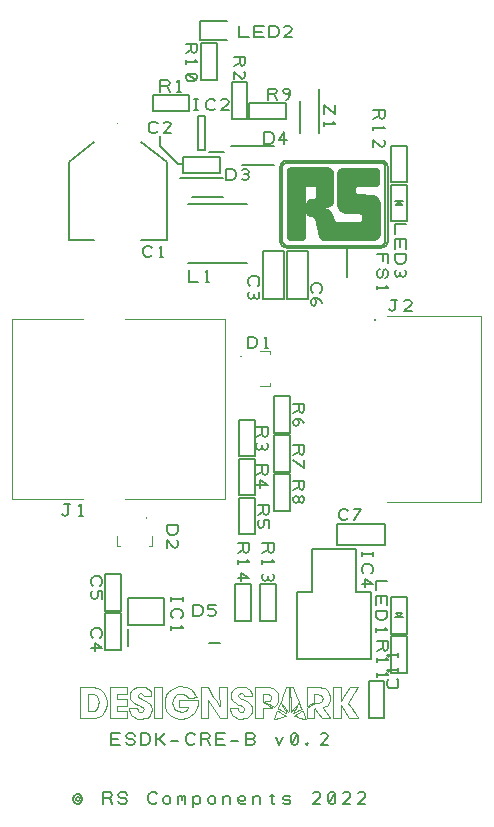
<source format=gbr>
G04 DesignSpark PCB PRO Gerber Version 10.0 Build 5299*
G04 #@! TF.Part,Single*
G04 #@! TF.FileFunction,Legend,Top*
G04 #@! TF.FilePolarity,Positive*
%FSLAX35Y35*%
%MOIN*%
%ADD116C,0.00197*%
%ADD13C,0.00300*%
%ADD14C,0.00394*%
%ADD10C,0.00500*%
%ADD11C,0.00787*%
%ADD12C,0.00800*%
G04 #@! TD.AperFunction*
X0Y0D02*
D02*
D10*
X21260Y103137D02*
X21572Y102825D01*
X22197Y102512D01*
X22822Y102825D01*
X23135Y103137D01*
Y106262D01*
X23760D01*
X23135D02*
X21885D01*
X26885Y102512D02*
X28135D01*
X27510D02*
Y106262D01*
X26885Y105637D01*
X24803Y7699D02*
Y8012D01*
X25116Y8949D01*
X25428Y9262D01*
X26053Y9574D01*
X26678D01*
X27303Y9262D01*
X27616Y8949D01*
X27928Y8012D01*
Y7699D01*
X27616Y7074D01*
X27303Y6762D01*
X26678Y6449D01*
X26053D01*
X25428Y6762D01*
X25116Y7074D01*
X24803Y7699D01*
X26991D02*
X26366Y7387D01*
X25741Y7699D01*
Y8324D01*
X26366Y8637D01*
X26991Y8324D01*
X34803Y6449D02*
Y10199D01*
X36991D01*
X37616Y9887D01*
X37928Y9262D01*
X37616Y8637D01*
X36991Y8324D01*
X34803D01*
X36991D02*
X37928Y6449D01*
X39803Y7387D02*
X40116Y6762D01*
X40741Y6449D01*
X41991D01*
X42616Y6762D01*
X42928Y7387D01*
X42616Y8012D01*
X41991Y8324D01*
X40741D01*
X40116Y8637D01*
X39803Y9262D01*
X40116Y9887D01*
X40741Y10199D01*
X41991D01*
X42616Y9887D01*
X42928Y9262D01*
X52928Y7074D02*
X52616Y6762D01*
X51991Y6449D01*
X51053D01*
X50428Y6762D01*
X50116Y7074D01*
X49803Y7699D01*
Y8949D01*
X50116Y9574D01*
X50428Y9887D01*
X51053Y10199D01*
X51991D01*
X52616Y9887D01*
X52928Y9574D01*
X54803Y7387D02*
X55116Y6762D01*
X55741Y6449D01*
X56366D01*
X56991Y6762D01*
X57303Y7387D01*
Y8012D01*
X56991Y8637D01*
X56366Y8949D01*
X55741D01*
X55116Y8637D01*
X54803Y8012D01*
Y7387D01*
X59803Y6449D02*
Y8949D01*
Y8637D02*
X60116Y8949D01*
X60741D01*
X61053Y8637D01*
Y7699D01*
Y8637D02*
X61366Y8949D01*
X61991D01*
X62303Y8637D01*
Y6449D01*
X64803Y8949D02*
Y5512D01*
Y7387D02*
X65116Y6762D01*
X65741Y6449D01*
X66366D01*
X66991Y6762D01*
X67303Y7387D01*
Y8012D01*
X66991Y8637D01*
X66366Y8949D01*
X65741D01*
X65116Y8637D01*
X64803Y8012D01*
Y7387D01*
X69803D02*
X70116Y6762D01*
X70741Y6449D01*
X71366D01*
X71991Y6762D01*
X72303Y7387D01*
Y8012D01*
X71991Y8637D01*
X71366Y8949D01*
X70741D01*
X70116Y8637D01*
X69803Y8012D01*
Y7387D01*
X74803Y6449D02*
Y8949D01*
Y8012D02*
X75116Y8637D01*
X75741Y8949D01*
X76366D01*
X76991Y8637D01*
X77303Y8012D01*
Y6449D01*
X82303Y6762D02*
X81991Y6449D01*
X81366D01*
X80741D01*
X80116Y6762D01*
X79803Y7387D01*
Y8324D01*
X80116Y8637D01*
X80741Y8949D01*
X81366D01*
X81991Y8637D01*
X82303Y8324D01*
Y8012D01*
X81991Y7699D01*
X81366Y7387D01*
X80741D01*
X80116Y7699D01*
X79803Y8012D01*
X84803Y6449D02*
Y8949D01*
Y8012D02*
X85116Y8637D01*
X85741Y8949D01*
X86366D01*
X86991Y8637D01*
X87303Y8012D01*
Y6449D01*
X90324Y8949D02*
X91782D01*
X91053Y9574D02*
Y6762D01*
X91366Y6449D01*
X91678D01*
X91991Y6762D01*
X94803D02*
X95428Y6449D01*
X96678D01*
X97303Y6762D01*
Y7387D01*
X96678Y7699D01*
X95428D01*
X94803Y8012D01*
Y8637D01*
X95428Y8949D01*
X96678D01*
X97303Y8637D01*
X107303Y6449D02*
X104803D01*
X106991Y8637D01*
X107303Y9262D01*
X106991Y9887D01*
X106366Y10199D01*
X105428D01*
X104803Y9887D01*
X110116Y6762D02*
X110741Y6449D01*
X111366D01*
X111991Y6762D01*
X112303Y7387D01*
Y9262D01*
X111991Y9887D01*
X111366Y10199D01*
X110741D01*
X110116Y9887D01*
X109803Y9262D01*
Y7387D01*
X110116Y6762D01*
X111991Y9887D01*
X117303Y6449D02*
X114803D01*
X116991Y8637D01*
X117303Y9262D01*
X116991Y9887D01*
X116366Y10199D01*
X115428D01*
X114803Y9887D01*
X122303Y6449D02*
X119803D01*
X121991Y8637D01*
X122303Y9262D01*
X121991Y9887D01*
X121366Y10199D01*
X120428D01*
X119803Y9887D01*
X31484Y61835D02*
X31171Y62148D01*
X30859Y62773D01*
Y63711D01*
X31171Y64335D01*
X31484Y64648D01*
X32109Y64961D01*
X33359D01*
X33984Y64648D01*
X34296Y64335D01*
X34609Y63711D01*
Y62773D01*
X34296Y62148D01*
X33984Y61835D01*
X30859Y58398D02*
X34609D01*
X32109Y59961D01*
Y57461D01*
X31484Y79158D02*
X31171Y79471D01*
X30859Y80096D01*
Y81033D01*
X31171Y81658D01*
X31484Y81971D01*
X32109Y82283D01*
X33359D01*
X33984Y81971D01*
X34296Y81658D01*
X34609Y81033D01*
Y80096D01*
X34296Y79471D01*
X33984Y79158D01*
X31171Y77283D02*
X30859Y76658D01*
Y75721D01*
X31171Y75096D01*
X31796Y74783D01*
X32109D01*
X32734Y75096D01*
X33046Y75721D01*
Y77283D01*
X34609D01*
Y74783D01*
X35539Y82922D02*
X40839D01*
Y70622D01*
X35539D01*
Y82922D01*
X37402Y26134D02*
Y29884D01*
X40527D01*
X39902Y28009D02*
X37402D01*
Y26134D02*
X40527D01*
X42402Y27072D02*
X42714Y26447D01*
X43339Y26134D01*
X44589D01*
X45214Y26447D01*
X45527Y27072D01*
X45214Y27697D01*
X44589Y28009D01*
X43339D01*
X42714Y28322D01*
X42402Y28947D01*
X42714Y29572D01*
X43339Y29884D01*
X44589D01*
X45214Y29572D01*
X45527Y28947D01*
X47402Y26134D02*
Y29884D01*
X49277D01*
X49902Y29572D01*
X50214Y29259D01*
X50527Y28634D01*
Y27384D01*
X50214Y26759D01*
X49902Y26447D01*
X49277Y26134D01*
X47402D01*
X52402D02*
Y29884D01*
Y28009D02*
X53339D01*
X55527Y29884D01*
X53339Y28009D02*
X55527Y26134D01*
X57402Y27384D02*
X59902D01*
X65527Y26759D02*
X65214Y26447D01*
X64589Y26134D01*
X63652D01*
X63027Y26447D01*
X62714Y26759D01*
X62402Y27384D01*
Y28634D01*
X62714Y29259D01*
X63027Y29572D01*
X63652Y29884D01*
X64589D01*
X65214Y29572D01*
X65527Y29259D01*
X67402Y26134D02*
Y29884D01*
X69589D01*
X70214Y29572D01*
X70527Y28947D01*
X70214Y28322D01*
X69589Y28009D01*
X67402D01*
X69589D02*
X70527Y26134D01*
X72402D02*
Y29884D01*
X75527D01*
X74902Y28009D02*
X72402D01*
Y26134D02*
X75527D01*
X77402Y27384D02*
X79902D01*
X84589Y28009D02*
X85214Y27697D01*
X85527Y27072D01*
X85214Y26447D01*
X84589Y26134D01*
X82402D01*
Y29884D01*
X84589D01*
X85214Y29572D01*
X85527Y28947D01*
X85214Y28322D01*
X84589Y28009D01*
X82402D01*
X92402Y28634D02*
X93652Y26134D01*
X94902Y28634D01*
X97714Y26447D02*
X98339Y26134D01*
X98964D01*
X99589Y26447D01*
X99902Y27072D01*
Y28947D01*
X99589Y29572D01*
X98964Y29884D01*
X98339D01*
X97714Y29572D01*
X97402Y28947D01*
Y27072D01*
X97714Y26447D01*
X99589Y29572D01*
X102714Y26134D02*
X103027Y26447D01*
X102714Y26759D01*
X102402Y26447D01*
X102714Y26134D01*
X109902D02*
X107402D01*
X109589Y28322D01*
X109902Y28947D01*
X109589Y29572D01*
X108964Y29884D01*
X108027D01*
X107402Y29572D01*
X40839Y57630D02*
X35539D01*
Y69930D01*
X40839D01*
Y57630D01*
X51157Y189358D02*
X50844Y189045D01*
X50219Y188733D01*
X49281D01*
X48657Y189045D01*
X48344Y189358D01*
X48031Y189983D01*
Y191233D01*
X48344Y191858D01*
X48657Y192170D01*
X49281Y192483D01*
X50219D01*
X50844Y192170D01*
X51157Y191858D01*
X53657Y188733D02*
X54907D01*
X54281D02*
Y192483D01*
X53657Y191858D01*
X53125Y230696D02*
X52813Y230384D01*
X52187Y230071D01*
X51250D01*
X50625Y230384D01*
X50313Y230696D01*
X50000Y231321D01*
Y232571D01*
X50313Y233196D01*
X50625Y233509D01*
X51250Y233821D01*
X52187D01*
X52813Y233509D01*
X53125Y233196D01*
X57500Y230071D02*
X55000D01*
X57187Y232259D01*
X57500Y232884D01*
X57187Y233509D01*
X56563Y233821D01*
X55625D01*
X55000Y233509D01*
X51330Y237507D02*
Y242807D01*
X63630D01*
Y237507D01*
X51330D01*
X53937Y243851D02*
Y247601D01*
X56124D01*
X56750Y247289D01*
X57062Y246663D01*
X56750Y246039D01*
X56124Y245726D01*
X53937D01*
X56124D02*
X57062Y243851D01*
X59562D02*
X60812D01*
X60187D02*
Y247601D01*
X59562Y246976D01*
X56056Y99213D02*
X59806D01*
Y97337D01*
X59493Y96713D01*
X59181Y96400D01*
X58556Y96087D01*
X57306D01*
X56681Y96400D01*
X56368Y96713D01*
X56056Y97337D01*
Y99213D01*
Y91713D02*
Y94213D01*
X58243Y92025D01*
X58868Y91713D01*
X59493Y92025D01*
X59806Y92650D01*
Y93587D01*
X59493Y94213D01*
X57630Y75441D02*
Y74191D01*
Y74815D02*
X61380D01*
Y75441D02*
Y74191D01*
X58256Y68253D02*
X57943Y68565D01*
X57630Y69191D01*
Y70128D01*
X57943Y70753D01*
X58256Y71065D01*
X58880Y71378D01*
X60130D01*
X60756Y71065D01*
X61068Y70753D01*
X61380Y70128D01*
Y69191D01*
X61068Y68565D01*
X60756Y68253D01*
X57630Y65753D02*
Y64503D01*
Y65128D02*
X61380D01*
X60756Y65753D01*
X62355Y259843D02*
X66105D01*
Y257655D01*
X65793Y257030D01*
X65167Y256717D01*
X64543Y257030D01*
X64230Y257655D01*
Y259843D01*
Y257655D02*
X62355Y256717D01*
Y254217D02*
Y252967D01*
Y253593D02*
X66105D01*
X65480Y254217D01*
X62667Y249530D02*
X62355Y248905D01*
Y248280D01*
X62667Y247655D01*
X63293Y247343D01*
X65167D01*
X65793Y247655D01*
X66105Y248280D01*
Y248905D01*
X65793Y249530D01*
X65167Y249843D01*
X63293D01*
X62667Y249530D01*
X65793Y247655D01*
X61567Y216641D02*
Y221941D01*
X73867D01*
Y216641D01*
X61567D01*
X63386Y184215D02*
Y180465D01*
X66511D01*
X69011D02*
X70261D01*
X69636D02*
Y184215D01*
X69011Y183590D01*
X65111Y237552D02*
X66361D01*
X65736D02*
Y241302D01*
X65111D02*
X66361D01*
X72298Y238177D02*
X71986Y237864D01*
X71361Y237552D01*
X70423D01*
X69798Y237864D01*
X69486Y238177D01*
X69173Y238802D01*
Y240052D01*
X69486Y240677D01*
X69798Y240989D01*
X70423Y241302D01*
X71361D01*
X71986Y240989D01*
X72298Y240677D01*
X76673Y237552D02*
X74173D01*
X76361Y239739D01*
X76673Y240364D01*
X76361Y240989D01*
X75736Y241302D01*
X74798D01*
X74173Y240989D01*
X64961Y69048D02*
Y72798D01*
X66836D01*
X67461Y72485D01*
X67773Y72173D01*
X68086Y71548D01*
Y70298D01*
X67773Y69673D01*
X67461Y69360D01*
X66836Y69048D01*
X64961D01*
X69961Y69360D02*
X70586Y69048D01*
X71523D01*
X72148Y69360D01*
X72461Y69985D01*
Y70298D01*
X72148Y70923D01*
X71523Y71235D01*
X69961D01*
Y72798D01*
X72461D01*
X67429Y260087D02*
X72729D01*
Y247787D01*
X67429D01*
Y260087D01*
X75984Y214323D02*
Y218073D01*
X77859D01*
X78484Y217761D01*
X78797Y217448D01*
X79109Y216823D01*
Y215573D01*
X78797Y214948D01*
X78484Y214636D01*
X77859Y214323D01*
X75984D01*
X81297Y214636D02*
X81922Y214323D01*
X82547D01*
X83172Y214636D01*
X83484Y215261D01*
X83172Y215886D01*
X82547Y216198D01*
X81922D01*
X82547D02*
X83172Y216511D01*
X83484Y217136D01*
X83172Y217761D01*
X82547Y218073D01*
X81922D01*
X81297Y217761D01*
X78496Y255512D02*
X82246D01*
Y253324D01*
X81934Y252699D01*
X81309Y252387D01*
X80684Y252699D01*
X80372Y253324D01*
Y255512D01*
Y253324D02*
X78496Y252387D01*
Y248012D02*
Y250512D01*
X80684Y248324D01*
X81309Y248012D01*
X81934Y248324D01*
X82246Y248949D01*
Y249887D01*
X81934Y250512D01*
X77665Y247095D02*
X82965D01*
Y234795D01*
X77665D01*
Y247095D01*
X79678Y93307D02*
X83428D01*
Y91120D01*
X83115Y90494D01*
X82490Y90182D01*
X81865Y90494D01*
X81553Y91120D01*
Y93307D01*
Y91120D02*
X79678Y90182D01*
Y87682D02*
Y86432D01*
Y87057D02*
X83428D01*
X82803Y87682D01*
X79678Y81744D02*
X83428D01*
X80928Y83307D01*
Y80807D01*
X78846Y79772D02*
X84146D01*
Y67472D01*
X78846D01*
Y79772D01*
X80027Y108512D02*
X85327D01*
Y96212D01*
X80027D01*
Y108512D01*
Y121504D02*
X85327D01*
Y109204D01*
X80027D01*
Y121504D01*
Y134496D02*
X85327D01*
Y122196D01*
X80027D01*
Y134496D01*
X80315Y265711D02*
Y261961D01*
X83440D01*
X85315D02*
Y265711D01*
X88440D01*
X87815Y263836D02*
X85315D01*
Y261961D02*
X88440D01*
X90315D02*
Y265711D01*
X92190D01*
X92815Y265399D01*
X93128Y265086D01*
X93440Y264461D01*
Y263211D01*
X93128Y262586D01*
X92815Y262274D01*
X92190Y261961D01*
X90315D01*
X97815D02*
X95315D01*
X97502Y264149D01*
X97815Y264774D01*
X97502Y265399D01*
X96878Y265711D01*
X95940D01*
X95315Y265399D01*
X83846Y179158D02*
X83533Y179471D01*
X83221Y180096D01*
Y181033D01*
X83533Y181658D01*
X83846Y181971D01*
X84471Y182283D01*
X85721D01*
X86346Y181971D01*
X86659Y181658D01*
X86971Y181033D01*
Y180096D01*
X86659Y179471D01*
X86346Y179158D01*
X83533Y176971D02*
X83221Y176346D01*
Y175721D01*
X83533Y175096D01*
X84159Y174783D01*
X84783Y175096D01*
X85096Y175721D01*
Y176346D01*
Y175721D02*
X85409Y175096D01*
X86033Y174783D01*
X86659Y175096D01*
X86971Y175721D01*
Y176346D01*
X86659Y176971D01*
X83071Y158418D02*
Y162168D01*
X84946D01*
X85571Y161856D01*
X85883Y161543D01*
X86196Y160918D01*
Y159668D01*
X85883Y159043D01*
X85571Y158730D01*
X84946Y158418D01*
X83071D01*
X88696D02*
X89946D01*
X89321D02*
Y162168D01*
X88696Y161543D01*
X85977Y119291D02*
X89727D01*
Y117104D01*
X89415Y116479D01*
X88789Y116166D01*
X88165Y116479D01*
X87852Y117104D01*
Y119291D01*
Y117104D02*
X85977Y116166D01*
Y112729D02*
X89727D01*
X87227Y114291D01*
Y111791D01*
X85977Y131890D02*
X89727D01*
Y129702D01*
X89415Y129077D01*
X88789Y128765D01*
X88165Y129077D01*
X87852Y129702D01*
Y131890D01*
Y129702D02*
X85977Y128765D01*
X86289Y126577D02*
X85977Y125952D01*
Y125327D01*
X86289Y124702D01*
X86915Y124390D01*
X87539Y124702D01*
X87852Y125327D01*
Y125952D01*
Y125327D02*
X88165Y124702D01*
X88789Y124390D01*
X89415Y124702D01*
X89727Y125327D01*
Y125952D01*
X89415Y126577D01*
X86370Y105906D02*
X90120D01*
Y103718D01*
X89808Y103093D01*
X89183Y102780D01*
X88558Y103093D01*
X88246Y103718D01*
Y105906D01*
Y103718D02*
X86370Y102780D01*
X86683Y100906D02*
X86370Y100280D01*
Y99343D01*
X86683Y98718D01*
X87308Y98406D01*
X87620D01*
X88246Y98718D01*
X88558Y99343D01*
Y100906D01*
X90120D01*
Y98406D01*
X87945Y93307D02*
X91695D01*
Y91120D01*
X91383Y90494D01*
X90758Y90182D01*
X90133Y90494D01*
X89820Y91120D01*
Y93307D01*
Y91120D02*
X87945Y90182D01*
Y87682D02*
Y86432D01*
Y87057D02*
X91695D01*
X91070Y87682D01*
X88258Y82994D02*
X87945Y82370D01*
Y81744D01*
X88258Y81120D01*
X88883Y80807D01*
X89508Y81120D01*
X89820Y81744D01*
Y82370D01*
Y81744D02*
X90133Y81120D01*
X90758Y80807D01*
X91383Y81120D01*
X91695Y81744D01*
Y82370D01*
X91383Y82994D01*
X87114Y79772D02*
X92414D01*
Y67472D01*
X87114D01*
Y79772D01*
X88583Y226528D02*
Y230278D01*
X90458D01*
X91083Y229966D01*
X91395Y229653D01*
X91708Y229028D01*
Y227778D01*
X91395Y227153D01*
X91083Y226841D01*
X90458Y226528D01*
X88583D01*
X95145D02*
Y230278D01*
X93583Y227778D01*
X96083D01*
X89764Y241095D02*
Y244845D01*
X91951D01*
X92576Y244533D01*
X92889Y243907D01*
X92576Y243283D01*
X91951Y242970D01*
X89764D01*
X91951D02*
X92889Y241095D01*
X95701D02*
X96326Y241407D01*
X96951Y242033D01*
X97264Y242970D01*
Y243907D01*
X96951Y244533D01*
X96326Y244845D01*
X95701D01*
X95076Y244533D01*
X94764Y243907D01*
X95076Y243283D01*
X95701Y242970D01*
X96326D01*
X96951Y243283D01*
X97264Y243907D01*
X91838Y116386D02*
X97138D01*
Y104086D01*
X91838D01*
Y116386D01*
Y129378D02*
X97138D01*
Y117078D01*
X91838D01*
Y129378D01*
Y142370D02*
X97138D01*
Y130070D01*
X91838D01*
Y142370D01*
X95232Y174677D02*
Y190677D01*
X88232D01*
Y174677D01*
X95232D01*
X95914Y240052D02*
Y234752D01*
X83614D01*
Y240052D01*
X95914D01*
X96476Y195396D02*
Y217085D01*
X96551Y217628D01*
X96780Y218021D01*
X97171Y218259D01*
X97731Y218340D01*
X109419D01*
X110364Y218157D01*
X111066Y217668D01*
X111504Y216967D01*
X111654Y216144D01*
Y207554D01*
X111502Y206737D01*
X111086Y206078D01*
X110463Y205618D01*
X109693Y205397D01*
X109027Y205250D01*
X108877Y205088D01*
X108831Y204809D01*
X108873Y204591D01*
X109022Y204446D01*
X109772Y204259D01*
X110165Y204162D01*
X110507Y203951D01*
X110948Y203319D01*
X111811Y201004D01*
X112150Y200391D01*
X112512Y200183D01*
X113106Y200102D01*
X120165D01*
X120737Y200181D01*
X121156Y200406D01*
X121411Y200764D01*
X121499Y201240D01*
Y202102D01*
X121435Y202546D01*
X121224Y202911D01*
X120837Y203167D01*
X120244Y203279D01*
X115969Y203475D01*
X114865Y203760D01*
X113969Y204343D01*
X113365Y205169D01*
X113145Y206181D01*
Y215751D01*
X113307Y216804D01*
X113767Y217550D01*
X114485Y217996D01*
X115420Y218144D01*
X125460D01*
X126059Y218064D01*
X126460Y217830D01*
X126684Y217449D01*
X126754Y216928D01*
Y213712D01*
X126678Y213146D01*
X126435Y212741D01*
X126009Y212498D01*
X125381Y212417D01*
X119930D01*
X119398Y212329D01*
X119033Y212094D01*
X118821Y211756D01*
X118753Y211359D01*
Y210260D01*
X118848Y209858D01*
X119126Y209544D01*
X119581Y209334D01*
X120204Y209241D01*
X124715Y208966D01*
X125674Y208698D01*
X126445Y208089D01*
X126959Y207251D01*
X127146Y206299D01*
Y196455D01*
X127091Y195949D01*
X126934Y195518D01*
X126387Y194871D01*
X125641Y194497D01*
X124832Y194376D01*
X108674D01*
X108114Y194415D01*
X107669Y194572D01*
X107333Y194906D01*
X107105Y195474D01*
X105693Y201240D01*
X105537Y201709D01*
X105296Y202054D01*
X104871Y202265D01*
X104163Y202338D01*
X103676Y202405D01*
X103291Y202612D01*
X103038Y202967D01*
X102947Y203475D01*
Y206495D01*
X103023Y207004D01*
X103256Y207358D01*
X103659Y207565D01*
X104242Y207633D01*
X105026D01*
X105506Y207741D01*
X105835Y208030D01*
X106024Y208443D01*
X106085Y208927D01*
Y211398D01*
X106000Y211867D01*
X105757Y212211D01*
X105374Y212424D01*
X104869Y212496D01*
X102202D01*
Y195513D01*
X102083Y194972D01*
X101781Y194621D01*
X101375Y194433D01*
X100947Y194376D01*
X97692D01*
X97154Y194447D01*
X96775Y194651D01*
X96550Y194972D01*
X96476Y195396D01*
G36*
X96476Y195396D02*
Y217085D01*
X96551Y217628D01*
X96780Y218021D01*
X97171Y218259D01*
X97731Y218340D01*
X109419D01*
X110364Y218157D01*
X111066Y217668D01*
X111504Y216967D01*
X111654Y216144D01*
Y207554D01*
X111502Y206737D01*
X111086Y206078D01*
X110463Y205618D01*
X109693Y205397D01*
X109027Y205250D01*
X108877Y205088D01*
X108831Y204809D01*
X108873Y204591D01*
X109022Y204446D01*
X109772Y204259D01*
X110165Y204162D01*
X110507Y203951D01*
X110948Y203319D01*
X111811Y201004D01*
X112150Y200391D01*
X112512Y200183D01*
X113106Y200102D01*
X120165D01*
X120737Y200181D01*
X121156Y200406D01*
X121411Y200764D01*
X121499Y201240D01*
Y202102D01*
X121435Y202546D01*
X121224Y202911D01*
X120837Y203167D01*
X120244Y203279D01*
X115969Y203475D01*
X114865Y203760D01*
X113969Y204343D01*
X113365Y205169D01*
X113145Y206181D01*
Y215751D01*
X113307Y216804D01*
X113767Y217550D01*
X114485Y217996D01*
X115420Y218144D01*
X125460D01*
X126059Y218064D01*
X126460Y217830D01*
X126684Y217449D01*
X126754Y216928D01*
Y213712D01*
X126678Y213146D01*
X126435Y212741D01*
X126009Y212498D01*
X125381Y212417D01*
X119930D01*
X119398Y212329D01*
X119033Y212094D01*
X118821Y211756D01*
X118753Y211359D01*
Y210260D01*
X118848Y209858D01*
X119126Y209544D01*
X119581Y209334D01*
X120204Y209241D01*
X124715Y208966D01*
X125674Y208698D01*
X126445Y208089D01*
X126959Y207251D01*
X127146Y206299D01*
Y196455D01*
X127091Y195949D01*
X126934Y195518D01*
X126387Y194871D01*
X125641Y194497D01*
X124832Y194376D01*
X108674D01*
X108114Y194415D01*
X107669Y194572D01*
X107333Y194906D01*
X107105Y195474D01*
X105693Y201240D01*
X105537Y201709D01*
X105296Y202054D01*
X104871Y202265D01*
X104163Y202338D01*
X103676Y202405D01*
X103291Y202612D01*
X103038Y202967D01*
X102947Y203475D01*
Y206495D01*
X103023Y207004D01*
X103256Y207358D01*
X103659Y207565D01*
X104242Y207633D01*
X105026D01*
X105506Y207741D01*
X105835Y208030D01*
X106024Y208443D01*
X106085Y208927D01*
Y211398D01*
X106000Y211867D01*
X105757Y212211D01*
X105374Y212424D01*
X104869Y212496D01*
X102202D01*
Y195513D01*
X102083Y194972D01*
X101781Y194621D01*
X101375Y194433D01*
X100947Y194376D01*
X97692D01*
X97154Y194447D01*
X96775Y194651D01*
X96550Y194972D01*
X96476Y195396D01*
G37*
X98181Y114173D02*
X101931D01*
Y111986D01*
X101619Y111361D01*
X100994Y111048D01*
X100369Y111361D01*
X100057Y111986D01*
Y114173D01*
Y111986D02*
X98181Y111048D01*
X100057Y108236D02*
Y107611D01*
X100369Y106986D01*
X100994Y106673D01*
X101619Y106986D01*
X101931Y107611D01*
Y108236D01*
X101619Y108861D01*
X100994Y109173D01*
X100369Y108861D01*
X100057Y108236D01*
X99744Y108861D01*
X99119Y109173D01*
X98494Y108861D01*
X98181Y108236D01*
Y107611D01*
X98494Y106986D01*
X99119Y106673D01*
X99744Y106986D01*
X100057Y107611D01*
X98181Y125984D02*
X101931D01*
Y123797D01*
X101619Y123172D01*
X100994Y122859D01*
X100369Y123172D01*
X100057Y123797D01*
Y125984D01*
Y123797D02*
X98181Y122859D01*
Y120984D02*
X101931Y118484D01*
Y120984D01*
X98181Y139764D02*
X101931D01*
Y137576D01*
X101619Y136951D01*
X100994Y136639D01*
X100369Y136951D01*
X100057Y137576D01*
Y139764D01*
Y137576D02*
X98181Y136639D01*
X99119Y134764D02*
X99744Y134451D01*
X100057Y133826D01*
Y133201D01*
X99744Y132576D01*
X99119Y132264D01*
X98494Y132576D01*
X98181Y133201D01*
Y133826D01*
X98494Y134451D01*
X99119Y134764D01*
X100057D01*
X100994Y134451D01*
X101619Y133826D01*
X101931Y133201D01*
X99606Y77165D02*
Y54724D01*
X124016D01*
X99606Y77165D02*
X104331D01*
Y91339D01*
X103106Y174677D02*
Y190677D01*
X96106D01*
Y174677D01*
X103106D01*
X104712Y176796D02*
X104400Y177109D01*
X104087Y177734D01*
Y178671D01*
X104400Y179296D01*
X104712Y179609D01*
X105337Y179921D01*
X106587D01*
X107212Y179609D01*
X107525Y179296D01*
X107837Y178671D01*
Y177734D01*
X107525Y177109D01*
X107212Y176796D01*
X105025Y174921D02*
X105650Y174609D01*
X105962Y173984D01*
Y173359D01*
X105650Y172734D01*
X105025Y172421D01*
X104400Y172734D01*
X104087Y173359D01*
Y173984D01*
X104400Y174609D01*
X105025Y174921D01*
X105962D01*
X106900Y174609D01*
X107525Y173984D01*
X107837Y173359D01*
X112168Y239370D02*
Y236245D01*
X108418Y239370D01*
Y236245D01*
Y233745D02*
Y232495D01*
Y233120D02*
X112168D01*
X111543Y233745D01*
X112866Y92563D02*
X128866D01*
Y99563D01*
X112866D01*
Y92563D01*
X116511Y101563D02*
X116198Y101250D01*
X115573Y100937D01*
X114636D01*
X114011Y101250D01*
X113698Y101563D01*
X113386Y102187D01*
Y103437D01*
X113698Y104063D01*
X114011Y104375D01*
X114636Y104687D01*
X115573D01*
X116198Y104375D01*
X116511Y104063D01*
X118386Y100937D02*
X120886Y104687D01*
X118386D01*
X119291Y91339D02*
X104331D01*
X121016Y90401D02*
Y89151D01*
Y89776D02*
X124766D01*
Y90401D02*
Y89151D01*
X121641Y83213D02*
X121329Y83526D01*
X121016Y84151D01*
Y85089D01*
X121329Y85713D01*
X121641Y86026D01*
X122266Y86339D01*
X123516D01*
X124141Y86026D01*
X124454Y85713D01*
X124766Y85089D01*
Y84151D01*
X124454Y83526D01*
X124141Y83213D01*
X121016Y79776D02*
X124766D01*
X122266Y81339D01*
Y78839D01*
X123334Y47489D02*
X128634D01*
Y35189D01*
X123334D01*
Y47489D01*
X124016Y54724D02*
Y77165D01*
X119291D01*
Y91339D01*
X124953Y237795D02*
X128703D01*
Y235608D01*
X128391Y234983D01*
X127766Y234670D01*
X127141Y234983D01*
X126828Y235608D01*
Y237795D01*
Y235608D02*
X124953Y234670D01*
Y232170D02*
Y230920D01*
Y231545D02*
X128703D01*
X128078Y232170D01*
X124953Y225295D02*
Y227795D01*
X127141Y225608D01*
X127766Y225295D01*
X128391Y225608D01*
X128703Y226233D01*
Y227170D01*
X128391Y227795D01*
X129491Y80709D02*
X125741D01*
Y77583D01*
Y75709D02*
X129491D01*
Y72583D01*
X127616Y73209D02*
Y75709D01*
X125741D02*
Y72583D01*
Y70709D02*
X129491D01*
Y68833D01*
X129178Y68209D01*
X128866Y67896D01*
X128241Y67583D01*
X126991D01*
X126366Y67896D01*
X126053Y68209D01*
X125741Y68833D01*
Y70709D01*
Y65083D02*
Y63833D01*
Y64459D02*
X129491D01*
X128866Y65083D01*
X126134Y60630D02*
X129884D01*
Y58443D01*
X129572Y57817D01*
X128947Y57505D01*
X128322Y57817D01*
X128009Y58443D01*
Y60630D01*
Y58443D02*
X126134Y57505D01*
Y55005D02*
Y53755D01*
Y54380D02*
X129884D01*
X129259Y55005D01*
X126134Y50005D02*
Y48755D01*
Y49380D02*
X129884D01*
X129259Y50005D01*
X126134Y189764D02*
X129884D01*
Y186639D01*
X128009Y187264D02*
Y189764D01*
X127072Y184764D02*
X126447Y184451D01*
X126134Y183826D01*
Y182576D01*
X126447Y181951D01*
X127072Y181639D01*
X127697Y181951D01*
X128009Y182576D01*
Y183826D01*
X128322Y184451D01*
X128947Y184764D01*
X129572Y184451D01*
X129884Y183826D01*
Y182576D01*
X129572Y181951D01*
X128947Y181639D01*
X126134Y179139D02*
Y177889D01*
Y178514D02*
X129884D01*
X129259Y179139D01*
X130315Y171248D02*
X130628Y170935D01*
X131252Y170622D01*
X131878Y170935D01*
X132190Y171248D01*
Y174372D01*
X132815D01*
X132190D02*
X130940D01*
X137815Y170622D02*
X135315D01*
X137502Y172810D01*
X137815Y173435D01*
X137502Y174060D01*
X136878Y174372D01*
X135940D01*
X135315Y174060D01*
X130815Y212843D02*
X136115D01*
Y200543D01*
X130815D01*
Y212843D01*
Y225835D02*
X136115D01*
Y213535D01*
X130815D01*
Y225835D01*
X135790Y199606D02*
X132040D01*
Y196481D01*
Y194606D02*
X135790D01*
Y191481D01*
X133915Y192106D02*
Y194606D01*
X132040D02*
Y191481D01*
Y189606D02*
X135790D01*
Y187731D01*
X135478Y187106D01*
X135165Y186794D01*
X134540Y186481D01*
X133290D01*
X132665Y186794D01*
X132352Y187106D01*
X132040Y187731D01*
Y189606D01*
X132352Y184294D02*
X132040Y183669D01*
Y183044D01*
X132352Y182419D01*
X132978Y182106D01*
X133602Y182419D01*
X133915Y183044D01*
Y183669D01*
Y183044D02*
X134228Y182419D01*
X134852Y182106D01*
X135478Y182419D01*
X135790Y183044D01*
Y183669D01*
X135478Y184294D01*
X132215Y207443D02*
X134715D01*
X132465Y205943D02*
X133465Y207193D01*
X134465Y205943D01*
X132465D01*
X132689Y48007D02*
X133002Y47694D01*
X133315Y47069D01*
Y46132D01*
X133002Y45507D01*
X132689Y45194D01*
X132065Y44882D01*
X130815D01*
X130189Y45194D01*
X129877Y45507D01*
X129565Y46132D01*
Y47069D01*
X129877Y47694D01*
X130189Y48007D01*
X133315Y50507D02*
Y51757D01*
Y51132D02*
X129565D01*
X130189Y50507D01*
X133315Y55507D02*
Y56757D01*
Y56132D02*
X129565D01*
X130189Y55507D01*
X134465Y70041D02*
X133465Y68791D01*
X132465Y70041D01*
X134465D01*
X134715Y68541D02*
X132215D01*
X136115Y50149D02*
X130815D01*
Y62449D01*
X136115D01*
Y50149D01*
Y63141D02*
X130815D01*
Y75441D01*
X136115D01*
Y63141D01*
D02*
D11*
X31890Y226969D02*
X23425Y220472D01*
Y194291D01*
X31890D01*
X43307Y59055D02*
Y64567D01*
Y65945D02*
Y75000D01*
X55118D01*
Y65945D01*
X43307D01*
X47638Y226969D02*
X56102Y220472D01*
Y194291D01*
X47638D01*
X60531Y214961D02*
X74980D01*
X61417Y219685D02*
X59843D01*
X53937Y225591D01*
Y229134D01*
X62992Y186614D02*
X82677D01*
X64390Y208661D02*
X74980D01*
X68799Y224213D02*
X66634D01*
Y235630D01*
X68799D01*
Y224213D01*
X73819Y60039D02*
X70276D01*
X75098Y223622D02*
X70177D01*
X76181Y267421D02*
X67028D01*
Y260925D01*
X76181D01*
X77461Y225591D02*
X91909D01*
X81319Y219291D02*
X91909D01*
X82677Y206299D02*
X62992D01*
X100394Y240728D02*
Y230138D01*
X106693Y244587D02*
Y230138D01*
X116142Y191291D02*
Y181937D01*
X125591Y167913D02*
G75*
G02*
Y167520I0J-197D01*
G01*
Y167913D02*
G75*
G02*
Y167520I0J-197D01*
G01*
G75*
G02*
Y167913I0J197D01*
G01*
D02*
D12*
X127421Y191738D02*
X128295Y191914D01*
X129009Y192396D01*
X129491Y193109D01*
X129667Y193984D01*
Y218614D01*
X129491Y219489D01*
X129009Y220203D01*
X128295Y220684D01*
X127421Y220861D01*
X96202D01*
X95327Y220684D01*
X94613Y220203D01*
X94131Y219489D01*
X93955Y218614D01*
Y193984D01*
X94131Y193109D01*
X94613Y192396D01*
X95327Y191914D01*
X96202Y191738D01*
X127421D01*
X128974Y218615D02*
X128852Y219219D01*
X128519Y219713D01*
X128026Y220046D01*
X127421Y220168D01*
X96202D01*
X95597Y220046D01*
X95103Y219713D01*
X94770Y219219D01*
X94648Y218615D01*
Y193985D01*
X94770Y193380D01*
X95103Y192886D01*
X95597Y192554D01*
X96202Y192431D01*
X127421D01*
X128026Y192554D01*
X128519Y192886D01*
X128852Y193380D01*
X128974Y193985D01*
Y218615D01*
D02*
D13*
X26990Y34951D02*
Y45377D01*
X29643Y45334D01*
X30000Y45329D01*
X31071Y45305D01*
X31956Y45261D01*
X32502Y45187D01*
X32813Y45100D01*
X32914Y45063D01*
X33267Y44933D01*
X34248Y44324D01*
X35216Y43238D01*
X35806Y41826D01*
X36006Y40538D01*
Y39687D01*
X35824Y38424D01*
X35276Y37068D01*
X34348Y36026D01*
X33379Y35419D01*
X33031Y35280D01*
X32930Y35241D01*
X32617Y35143D01*
X32087Y35063D01*
X31194Y35020D01*
X30071Y34996D01*
X29698Y34991D01*
X26990Y34951D01*
X31638Y37385D02*
X31820Y37435D01*
X32337Y37698D01*
X32844Y38204D01*
X33166Y38917D01*
X33298Y39612D01*
X33311Y39845D01*
X33330Y40198D01*
X33195Y41269D01*
X32667Y42271D01*
X31711Y42865D01*
X30669Y43061D01*
X29724D01*
Y37265D01*
X30463Y37266D01*
X30626D01*
X31113Y37302D01*
X31577Y37369D01*
X31638Y37385D01*
X37052Y34969D02*
Y45358D01*
X42847D01*
Y43067D01*
X41235Y43036D01*
X39622Y43006D01*
X39590Y42214D01*
X39557Y41420D01*
X42739D01*
Y39014D01*
X39558D01*
X39590Y38167D01*
X39622Y37319D01*
X41235Y37289D01*
X42847Y37258D01*
Y34969D01*
X37052D01*
X46100Y34861D02*
X45837Y34928D01*
X45094Y35296D01*
X44308Y35999D01*
X43796Y36905D01*
X43613Y37682D01*
Y38358D01*
X45102D01*
X45655Y38354D01*
X46052Y38325D01*
X46227Y38252D01*
X46282Y38149D01*
X46293Y38113D01*
X46337Y37957D01*
X46560Y37425D01*
X46846Y37126D01*
X46922Y37086D01*
X46996Y37048D01*
X47251Y36985D01*
X47566Y37006D01*
X47850Y37130D01*
X48085Y37334D01*
X48250Y37598D01*
X48330Y37900D01*
X48306Y38219D01*
X48207Y38464D01*
X48159Y38533D01*
X48137Y38564D01*
X47996Y38666D01*
X47668Y38858D01*
X47224Y39087D01*
X46840Y39267D01*
X46710Y39324D01*
X46354Y39480D01*
X45319Y40023D01*
X44424Y40719D01*
X43945Y41495D01*
X43804Y42203D01*
Y42658D01*
X43917Y43317D01*
X44263Y44058D01*
X44850Y44675D01*
X45469Y45080D01*
X45691Y45183D01*
X45792Y45232D01*
X46103Y45365D01*
X46455Y45467D01*
X46863Y45511D01*
X47297Y45520D01*
X47580D01*
X47998Y45509D01*
X48401Y45469D01*
X48733Y45383D01*
X48997Y45279D01*
X49082Y45238D01*
X49267Y45152D01*
X49788Y44811D01*
X50329Y44269D01*
X50698Y43616D01*
X50869Y43051D01*
X50895Y42857D01*
X50969Y42295D01*
X48333D01*
X48207Y42679D01*
X48169Y42790D01*
X47895Y43146D01*
X47450Y43280D01*
X47187D01*
X46840Y43131D01*
X46534Y42772D01*
X46448Y42331D01*
X46571Y42007D01*
X46648Y41938D01*
X46674Y41915D01*
X46833Y41819D01*
X47195Y41619D01*
X47683Y41367D01*
X48103Y41159D01*
X48244Y41091D01*
X48592Y40924D01*
X49609Y40354D01*
X50450Y39656D01*
X50876Y38869D01*
X50992Y38117D01*
Y37866D01*
X50991Y37629D01*
X50882Y36918D01*
X50552Y36140D01*
X49992Y35520D01*
X49406Y35137D01*
X49196Y35043D01*
X49055Y34980D01*
X48572Y34884D01*
X47699Y34791D01*
X46801Y34779D01*
X46268Y34819D01*
X46100Y34861D01*
X51706Y34969D02*
Y45358D01*
X54441D01*
Y34969D01*
X51706D01*
X59263Y34922D02*
X58990Y34996D01*
X58203Y35337D01*
X57260Y35967D01*
X56462Y36791D01*
X55965Y37523D01*
X55836Y37784D01*
X55769Y37919D01*
X55578Y38330D01*
X55434Y38747D01*
X55365Y39203D01*
X55337Y39698D01*
X55332Y39862D01*
X55322Y40101D01*
X55343Y40819D01*
X55461Y41631D01*
X55702Y42352D01*
X55970Y42874D01*
X56076Y43036D01*
X56414Y43557D01*
X57931Y44796D01*
X60296Y45530D01*
X62773Y45204D01*
X64522Y44243D01*
X64965Y43786D01*
X65057Y43691D01*
X65300Y43367D01*
X65648Y42824D01*
X65921Y42309D01*
X66032Y42056D01*
Y41950D01*
X65647Y41888D01*
X64833Y41858D01*
X63091D01*
X62803Y42235D01*
X62680Y42395D01*
X62178Y42772D01*
X61357Y43092D01*
X60467Y43166D01*
X59825Y43053D01*
X59635Y42965D01*
X59504Y42907D01*
X59144Y42657D01*
X58697Y42216D01*
X58333Y41693D01*
X58138Y41280D01*
X58096Y41136D01*
X58030Y40909D01*
X57967Y40188D01*
X58095Y39233D01*
X58452Y38371D01*
X58848Y37838D01*
X59013Y37700D01*
X59213Y37535D01*
X59951Y37202D01*
X60994Y37087D01*
X62005Y37348D01*
X62676Y37780D01*
X62844Y37972D01*
X62927Y38068D01*
X63154Y38372D01*
X63124Y38585D01*
X62656Y38671D01*
X61906Y38686D01*
X60128D01*
Y40873D01*
X66360D01*
Y39772D01*
X66067Y38420D01*
X65245Y36858D01*
X63982Y35652D01*
X62788Y35027D01*
X62365Y34917D01*
X62191Y34872D01*
X61654Y34801D01*
X60809Y34763D01*
X59966Y34804D01*
X59434Y34877D01*
X59263Y34922D01*
X67345Y34969D02*
Y45364D01*
X68514Y45333D01*
X69683Y45302D01*
X71626Y42144D01*
X71816Y41837D01*
X72385Y40914D01*
X73019Y39895D01*
X73459Y39194D01*
X73630Y38928D01*
X73641Y38919D01*
X73662Y39150D01*
X73667Y39826D01*
X73657Y40846D01*
X73639Y41790D01*
X73632Y42104D01*
X73552Y45358D01*
X76094D01*
Y34961D01*
X73742Y35023D01*
X71828Y38078D01*
X69914Y41135D01*
X69857Y34969D01*
X67345D01*
X79856Y34855D02*
X79574Y34916D01*
X78765Y35269D01*
X77922Y35962D01*
X77380Y36873D01*
X77187Y37674D01*
Y38358D01*
X79785D01*
X79853Y37931D01*
X79868Y37836D01*
X79987Y37558D01*
X80235Y37241D01*
X80557Y37020D01*
X80819Y36937D01*
X80985D01*
X81224Y37019D01*
X81505Y37180D01*
X81554Y37220D01*
X81620Y37277D01*
X81822Y37533D01*
X81890Y37835D01*
Y38033D01*
X81828Y38323D01*
X81593Y38641D01*
X81109Y38956D01*
X80507Y39246D01*
X80304Y39334D01*
X79984Y39473D01*
X79054Y39946D01*
X78205Y40538D01*
X77680Y41182D01*
X77442Y41750D01*
X77400Y41946D01*
X77363Y42123D01*
X77343Y42670D01*
X77485Y43358D01*
X77820Y43999D01*
X78198Y44449D01*
X78343Y44576D01*
X78602Y44804D01*
X79566Y45273D01*
X80982Y45509D01*
X82371Y45283D01*
X83282Y44820D01*
X83516Y44593D01*
X83658Y44455D01*
X84130Y43805D01*
X84356Y43067D01*
X84375Y42884D01*
X84436Y42295D01*
X81939D01*
X81723Y42759D01*
X81682Y42846D01*
X81478Y43143D01*
X81228Y43301D01*
X81165Y43318D01*
X81047Y43351D01*
X80657Y43316D01*
X80231Y43078D01*
X79976Y42685D01*
X79944Y42325D01*
X79980Y42220D01*
X79997Y42170D01*
X80098Y42032D01*
X80373Y41815D01*
X80883Y41519D01*
X81501Y41197D01*
X81708Y41092D01*
X82081Y40904D01*
X83167Y40268D01*
X84039Y39509D01*
X84439Y38667D01*
X84506Y37859D01*
X84488Y37593D01*
X84481Y37488D01*
X84388Y36954D01*
X84241Y36496D01*
X84207Y36428D01*
X84148Y36314D01*
X83916Y35997D01*
X83515Y35593D01*
X83050Y35256D01*
X82687Y35065D01*
X82560Y35020D01*
X82420Y34970D01*
X81974Y34886D01*
X81221Y34808D01*
X80462Y34794D01*
X80004Y34824D01*
X79856Y34855D01*
X85609Y34969D02*
Y45382D01*
X88152Y45333D01*
X88495Y45327D01*
X89528Y45300D01*
X90377Y45253D01*
X90901Y45174D01*
X91207Y45083D01*
X91306Y45045D01*
X91494Y44972D01*
X92311Y44404D01*
X92939Y43587D01*
X93033Y43389D01*
X93073Y43304D01*
X93179Y43043D01*
X93266Y42719D01*
X93306Y42332D01*
X93316Y41935D01*
Y41802D01*
X93315Y41672D01*
X93303Y41278D01*
X93261Y40888D01*
X93174Y40558D01*
X93069Y40295D01*
X93030Y40210D01*
X92973Y40089D01*
X92759Y39748D01*
X92406Y39289D01*
X92061Y38937D01*
X91876Y38796D01*
X91771D01*
X91643Y38863D01*
X91254Y39045D01*
X90704Y39315D01*
X90215Y39561D01*
X90054Y39643D01*
X88397Y40491D01*
X89312Y40550D01*
X89440Y40558D01*
X89825Y40593D01*
X90139Y40653D01*
X90346Y40767D01*
X90497Y40911D01*
X90543Y40962D01*
X90603Y41030D01*
X90791Y41340D01*
X90857Y41678D01*
Y41936D01*
X90745Y42372D01*
X90394Y42765D01*
X89776Y42989D01*
X89090Y43061D01*
X88861D01*
X88124Y43061D01*
Y40488D01*
X89703Y39505D01*
X89854Y39411D01*
X90309Y39126D01*
X90739Y38840D01*
X90991Y38633D01*
X91061Y38490D01*
X90945Y38398D01*
X90642Y38340D01*
X90148Y38305D01*
X89633Y38282D01*
X89463Y38275D01*
X88124Y38222D01*
Y34969D01*
X85609D01*
X91767Y34886D02*
X91787Y34935D01*
X91994Y35443D01*
X92276Y36138D01*
X92333Y36280D01*
X92391Y36423D01*
X92654Y37041D01*
X92822Y37399D01*
X92833Y37411D01*
X92843Y37424D01*
X92972Y37378D01*
X93295Y37220D01*
X93753Y36961D01*
X94162Y36715D01*
X94298Y36629D01*
X95683Y35754D01*
X95320Y35641D01*
X95201Y35604D01*
X94844Y35493D01*
X94285Y35320D01*
X93685Y35135D01*
X93091Y34954D01*
X92547Y34790D01*
X92098Y34656D01*
X91791Y34565D01*
X91698Y34530D01*
X91668D01*
X91677Y34635D01*
X91746Y34838D01*
X91767Y34886D01*
X94548Y37326D02*
X94412Y37395D01*
X94007Y37612D01*
X93563Y37866D01*
X93264Y38062D01*
X93154Y38144D01*
Y38254D01*
X93265Y38501D01*
X93569Y39297D01*
X94019Y40439D01*
X94429Y41466D01*
X94568Y41807D01*
X95982Y45302D01*
X96440Y45337D01*
X96897Y45370D01*
X96818Y41619D01*
X96809Y41247D01*
X96781Y40130D01*
X96741Y38848D01*
X96702Y37913D01*
X96678Y37513D01*
X96669Y37457D01*
X96599Y37048D01*
X95507Y38422D01*
X95400Y38558D01*
X95075Y38961D01*
X94706Y39413D01*
X94437Y39730D01*
X94326Y39854D01*
X94311Y39863D01*
X94359Y39687D01*
X94565Y39274D01*
X94623Y39170D01*
X94774Y38898D01*
X95224Y38075D01*
X95656Y37272D01*
X95911Y36780D01*
X95981Y36614D01*
X95976Y36615D01*
X95856Y36673D01*
X95544Y36826D01*
X95092Y37052D01*
X94684Y37257D01*
X94548Y37326D01*
X98637Y37566D02*
X98701Y37682D01*
X99084Y38373D01*
X99452Y39027D01*
X99507Y39124D01*
X99563Y39222D01*
X99780Y39640D01*
X99874Y39875D01*
X99862Y39887D01*
X99793D01*
X99788Y39880D01*
X99783Y39875D01*
X99682Y39749D01*
X99423Y39424D01*
X99049Y38955D01*
X98712Y38531D01*
X98599Y38391D01*
X97447Y36947D01*
X97377Y40141D01*
X97369Y40471D01*
X97344Y41461D01*
X97306Y42693D01*
X97271Y43701D01*
X97248Y44206D01*
X97240Y44345D01*
X97174Y45358D01*
X98137D01*
X99597Y41745D01*
X99738Y41394D01*
X100159Y40339D01*
X100615Y39181D01*
X100916Y38393D01*
X101020Y38099D01*
X101015Y38093D01*
X100996Y38076D01*
X100876Y38015D01*
X100557Y37849D01*
X100118Y37628D01*
X99620Y37380D01*
X99122Y37135D01*
X98685Y36923D01*
X98368Y36774D01*
X98266Y36718D01*
X98233D01*
X98325Y36968D01*
X98572Y37449D01*
X98637Y37566D01*
X100449Y35129D02*
X100270Y35185D01*
X99731Y35357D01*
X99139Y35550D01*
X98730Y35689D01*
X98574Y35746D01*
X98569Y35751D01*
X98658Y35836D01*
X98938Y36033D01*
X99364Y36315D01*
X99759Y36568D01*
X99892Y36650D01*
X100024Y36734D01*
X100424Y36980D01*
X100868Y37245D01*
X101173Y37416D01*
X101291Y37474D01*
X101296Y37468D01*
X101313Y37449D01*
X101365Y37329D01*
X101504Y37006D01*
X101690Y36561D01*
X101898Y36055D01*
X102102Y35547D01*
X102278Y35098D01*
X102403Y34772D01*
X102449Y34662D01*
Y34608D01*
X102425Y34558D01*
X102219Y34586D01*
X101627Y34759D01*
X100743Y35037D01*
X100449Y35129D01*
X102778Y34969D02*
Y38451D01*
X104128Y39280D01*
X104319Y39398D01*
X104900Y39746D01*
X105384Y39993D01*
X105746Y40091D01*
X106053Y40107D01*
X106302D01*
X106743Y40155D01*
X107156Y40244D01*
X107208Y40266D01*
X107335Y40319D01*
X107667Y40607D01*
X107946Y41120D01*
X108019Y41717D01*
X107924Y42176D01*
X107856Y42309D01*
X107794Y42427D01*
X107193Y42860D01*
X106259Y43058D01*
X106031D01*
X105294Y43061D01*
Y40219D01*
X104092Y39616D01*
X103975Y39557D01*
X103621Y39383D01*
X103227Y39191D01*
X102951Y39062D01*
X102864Y39014D01*
X102828D01*
X102813Y39266D01*
X102794Y39950D01*
X102783Y40962D01*
X102778Y41889D01*
Y45380D01*
X105266Y45331D01*
X105686Y45324D01*
X106950Y45274D01*
X108028Y45157D01*
X108729Y44935D01*
X109156Y44669D01*
X109284Y44563D01*
X109544Y44350D01*
X110129Y43471D01*
X110498Y42112D01*
X110369Y40707D01*
X109944Y39733D01*
X109726Y39473D01*
X109655Y39391D01*
X109401Y39181D01*
X108962Y38890D01*
X108522Y38667D01*
X108276Y38577D01*
X108152D01*
X108028Y38492D01*
Y38420D01*
X108130Y38290D01*
X108413Y37903D01*
X108830Y37361D01*
X109211Y36878D01*
X109340Y36718D01*
X109467Y36560D01*
X109850Y36080D01*
X110266Y35548D01*
X110548Y35179D01*
X110652Y35065D01*
Y35018D01*
X110224Y34985D01*
X109455Y34969D01*
X107746D01*
X106622Y36551D01*
X106511Y36707D01*
X106177Y37172D01*
X105797Y37689D01*
X105523Y38050D01*
X105410Y38189D01*
X105396Y38198D01*
X105321Y37794D01*
X105294Y36910D01*
Y34969D01*
X102778D01*
X111417Y34967D02*
Y45358D01*
X114038D01*
X114067Y42992D01*
X114097Y40626D01*
X115573Y42989D01*
X117050Y45352D01*
X118389Y45354D01*
X118573Y45356D01*
X119335Y45341D01*
X119730Y45312D01*
Y45247D01*
X119596Y45080D01*
X119233Y44519D01*
X118696Y43701D01*
X118204Y42960D01*
X118040Y42713D01*
X116350Y40180D01*
X116546Y39898D01*
X116572Y39860D01*
X116742Y39616D01*
X117133Y39057D01*
X117662Y38300D01*
X118119Y37647D01*
X118271Y37429D01*
X118421Y37215D01*
X118872Y36569D01*
X119375Y35844D01*
X119730Y35331D01*
X119869Y35124D01*
X119881Y35105D01*
X119885Y35097D01*
X119849Y35039D01*
X119630Y34997D01*
X119180Y34975D01*
X118633Y34969D01*
X116940D01*
X114097Y39494D01*
X114067Y37231D01*
X114038Y34967D01*
X111417D01*
D02*
D14*
X28228Y168012D02*
X4606D01*
Y108012D01*
X28228D01*
X40551Y92323D02*
X39528D01*
Y95669D01*
X42008Y168012D02*
X75472D01*
Y108012D01*
X42008D01*
X49213Y101575D02*
Y101969D02*
G75*
G03*
Y101575I0J-197D01*
G01*
Y101969D02*
G75*
G02*
Y101575I0J-197D01*
G01*
X51024Y95669D02*
Y92323D01*
X50000D01*
X80709Y155512D02*
G75*
G03*
X81102I197J0D01*
G01*
X80709D02*
G75*
G02*
X81102I197J0D01*
G01*
X87008Y157323D02*
X90354D01*
Y156299D01*
Y146850D02*
Y145827D01*
X87008D01*
X129429Y169193D02*
X160965D01*
Y107185D01*
X129429D01*
D02*
D116*
X39764Y232972D02*
G75*
G03*
Y233169I0J98D01*
G01*
Y232972D02*
G75*
G02*
Y233169I0J98D01*
G01*
X0Y0D02*
M02*

</source>
